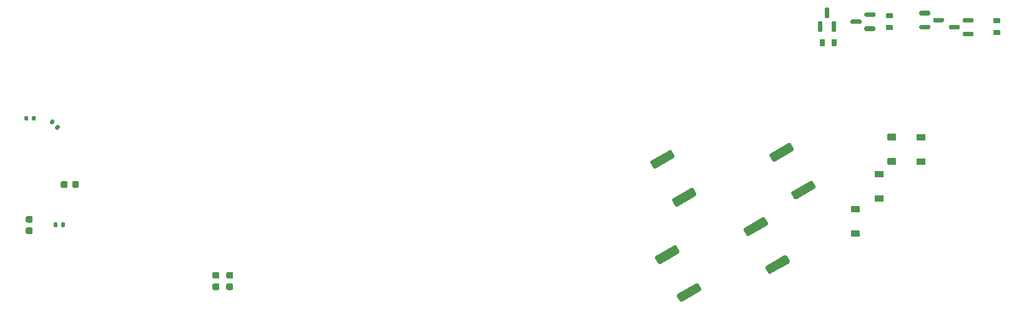
<source format=gbp>
G04 #@! TF.GenerationSoftware,KiCad,Pcbnew,8.0.8-8.0.8-0~ubuntu24.04.1*
G04 #@! TF.CreationDate,2025-02-14T02:51:24+00:00*
G04 #@! TF.ProjectId,VFRECU-VR,56465245-4355-42d5-9652-2e6b69636164,rev?*
G04 #@! TF.SameCoordinates,Original*
G04 #@! TF.FileFunction,Paste,Bot*
G04 #@! TF.FilePolarity,Positive*
%FSLAX46Y46*%
G04 Gerber Fmt 4.6, Leading zero omitted, Abs format (unit mm)*
G04 Created by KiCad (PCBNEW 8.0.8-8.0.8-0~ubuntu24.04.1) date 2025-02-14 02:51:24*
%MOMM*%
%LPD*%
G01*
G04 APERTURE LIST*
G04 APERTURE END LIST*
G04 #@! TO.C,C7*
G36*
G01*
X35036740Y35867740D02*
X35536740Y35867740D01*
G75*
G02*
X35761740Y35642740I0J-225000D01*
G01*
X35761740Y35192740D01*
G75*
G02*
X35536740Y34967740I-225000J0D01*
G01*
X35036740Y34967740D01*
G75*
G02*
X34811740Y35192740I0J225000D01*
G01*
X34811740Y35642740D01*
G75*
G02*
X35036740Y35867740I225000J0D01*
G01*
G37*
G36*
G01*
X35036740Y34317740D02*
X35536740Y34317740D01*
G75*
G02*
X35761740Y34092740I0J-225000D01*
G01*
X35761740Y33642740D01*
G75*
G02*
X35536740Y33417740I-225000J0D01*
G01*
X35036740Y33417740D01*
G75*
G02*
X34811740Y33642740I0J225000D01*
G01*
X34811740Y34092740D01*
G75*
G02*
X35036740Y34317740I225000J0D01*
G01*
G37*
G04 #@! TD*
G04 #@! TO.C,C9*
G36*
G01*
X12382000Y47483000D02*
X12382000Y47983000D01*
G75*
G02*
X12607000Y48208000I225000J0D01*
G01*
X13057000Y48208000D01*
G75*
G02*
X13282000Y47983000I0J-225000D01*
G01*
X13282000Y47483000D01*
G75*
G02*
X13057000Y47258000I-225000J0D01*
G01*
X12607000Y47258000D01*
G75*
G02*
X12382000Y47483000I0J225000D01*
G01*
G37*
G36*
G01*
X13932000Y47483000D02*
X13932000Y47983000D01*
G75*
G02*
X14157000Y48208000I225000J0D01*
G01*
X14607000Y48208000D01*
G75*
G02*
X14832000Y47983000I0J-225000D01*
G01*
X14832000Y47483000D01*
G75*
G02*
X14607000Y47258000I-225000J0D01*
G01*
X14157000Y47258000D01*
G75*
G02*
X13932000Y47483000I0J225000D01*
G01*
G37*
G04 #@! TD*
G04 #@! TO.C,R42*
G36*
G01*
X7448120Y56527800D02*
X7448120Y56897800D01*
G75*
G02*
X7583120Y57032800I135000J0D01*
G01*
X7853120Y57032800D01*
G75*
G02*
X7988120Y56897800I0J-135000D01*
G01*
X7988120Y56527800D01*
G75*
G02*
X7853120Y56392800I-135000J0D01*
G01*
X7583120Y56392800D01*
G75*
G02*
X7448120Y56527800I0J135000D01*
G01*
G37*
G36*
G01*
X8468120Y56527800D02*
X8468120Y56897800D01*
G75*
G02*
X8603120Y57032800I135000J0D01*
G01*
X8873120Y57032800D01*
G75*
G02*
X9008120Y56897800I0J-135000D01*
G01*
X9008120Y56527800D01*
G75*
G02*
X8873120Y56392800I-135000J0D01*
G01*
X8603120Y56392800D01*
G75*
G02*
X8468120Y56527800I0J135000D01*
G01*
G37*
G04 #@! TD*
G04 #@! TO.C,R16*
G36*
G01*
X117593000Y67354000D02*
X117593000Y66574000D01*
G75*
G02*
X117523000Y66504000I-70000J0D01*
G01*
X116963000Y66504000D01*
G75*
G02*
X116893000Y66574000I0J70000D01*
G01*
X116893000Y67354000D01*
G75*
G02*
X116963000Y67424000I70000J0D01*
G01*
X117523000Y67424000D01*
G75*
G02*
X117593000Y67354000I0J-70000D01*
G01*
G37*
G36*
G01*
X115993000Y67354000D02*
X115993000Y66574000D01*
G75*
G02*
X115923000Y66504000I-70000J0D01*
G01*
X115363000Y66504000D01*
G75*
G02*
X115293000Y66574000I0J70000D01*
G01*
X115293000Y67354000D01*
G75*
G02*
X115363000Y67424000I70000J0D01*
G01*
X115923000Y67424000D01*
G75*
G02*
X115993000Y67354000I0J-70000D01*
G01*
G37*
G04 #@! TD*
G04 #@! TO.C,D2*
G36*
G01*
X129517000Y50373000D02*
X128497000Y50373000D01*
G75*
G02*
X128407000Y50463000I0J90000D01*
G01*
X128407000Y51183000D01*
G75*
G02*
X128497000Y51273000I90000J0D01*
G01*
X129517000Y51273000D01*
G75*
G02*
X129607000Y51183000I0J-90000D01*
G01*
X129607000Y50463000D01*
G75*
G02*
X129517000Y50373000I-90000J0D01*
G01*
G37*
G36*
G01*
X129517000Y53673000D02*
X128497000Y53673000D01*
G75*
G02*
X128407000Y53763000I0J90000D01*
G01*
X128407000Y54483000D01*
G75*
G02*
X128497000Y54573000I90000J0D01*
G01*
X129517000Y54573000D01*
G75*
G02*
X129607000Y54483000I0J-90000D01*
G01*
X129607000Y53763000D01*
G75*
G02*
X129517000Y53673000I-90000J0D01*
G01*
G37*
G04 #@! TD*
G04 #@! TO.C,D5*
G36*
G01*
X125572000Y50400000D02*
X124552000Y50400000D01*
G75*
G02*
X124462000Y50490000I0J90000D01*
G01*
X124462000Y51210000D01*
G75*
G02*
X124552000Y51300000I90000J0D01*
G01*
X125572000Y51300000D01*
G75*
G02*
X125662000Y51210000I0J-90000D01*
G01*
X125662000Y50490000D01*
G75*
G02*
X125572000Y50400000I-90000J0D01*
G01*
G37*
G36*
G01*
X125572000Y53700000D02*
X124552000Y53700000D01*
G75*
G02*
X124462000Y53790000I0J90000D01*
G01*
X124462000Y54510000D01*
G75*
G02*
X124552000Y54600000I90000J0D01*
G01*
X125572000Y54600000D01*
G75*
G02*
X125662000Y54510000I0J-90000D01*
G01*
X125662000Y53790000D01*
G75*
G02*
X125572000Y53700000I-90000J0D01*
G01*
G37*
G04 #@! TD*
G04 #@! TO.C,R26*
G36*
G01*
X124352072Y70957000D02*
X125132072Y70957000D01*
G75*
G02*
X125202072Y70887000I0J-70000D01*
G01*
X125202072Y70327000D01*
G75*
G02*
X125132072Y70257000I-70000J0D01*
G01*
X124352072Y70257000D01*
G75*
G02*
X124282072Y70327000I0J70000D01*
G01*
X124282072Y70887000D01*
G75*
G02*
X124352072Y70957000I70000J0D01*
G01*
G37*
G36*
G01*
X124352072Y69357000D02*
X125132072Y69357000D01*
G75*
G02*
X125202072Y69287000I0J-70000D01*
G01*
X125202072Y68727000D01*
G75*
G02*
X125132072Y68657000I-70000J0D01*
G01*
X124352072Y68657000D01*
G75*
G02*
X124282072Y68727000I0J70000D01*
G01*
X124282072Y69287000D01*
G75*
G02*
X124352072Y69357000I70000J0D01*
G01*
G37*
G04 #@! TD*
G04 #@! TO.C,R41*
G36*
G01*
X10888403Y56287708D02*
X11150032Y56549337D01*
G75*
G02*
X11340950Y56549337I95459J-95459D01*
G01*
X11531869Y56358418D01*
G75*
G02*
X11531869Y56167500I-95459J-95459D01*
G01*
X11270240Y55905871D01*
G75*
G02*
X11079322Y55905871I-95459J95459D01*
G01*
X10888403Y56096790D01*
G75*
G02*
X10888403Y56287708I95459J95459D01*
G01*
G37*
G36*
G01*
X11609651Y55566460D02*
X11871280Y55828089D01*
G75*
G02*
X12062198Y55828089I95459J-95459D01*
G01*
X12253117Y55637170D01*
G75*
G02*
X12253117Y55446252I-95459J-95459D01*
G01*
X11991488Y55184623D01*
G75*
G02*
X11800570Y55184623I-95459J95459D01*
G01*
X11609651Y55375542D01*
G75*
G02*
X11609651Y55566460I95459J95459D01*
G01*
G37*
G04 #@! TD*
G04 #@! TO.C,D3*
G36*
G01*
X120617000Y40633000D02*
X119597000Y40633000D01*
G75*
G02*
X119507000Y40723000I0J90000D01*
G01*
X119507000Y41443000D01*
G75*
G02*
X119597000Y41533000I90000J0D01*
G01*
X120617000Y41533000D01*
G75*
G02*
X120707000Y41443000I0J-90000D01*
G01*
X120707000Y40723000D01*
G75*
G02*
X120617000Y40633000I-90000J0D01*
G01*
G37*
G36*
G01*
X120617000Y43933000D02*
X119597000Y43933000D01*
G75*
G02*
X119507000Y44023000I0J90000D01*
G01*
X119507000Y44743000D01*
G75*
G02*
X119597000Y44833000I90000J0D01*
G01*
X120617000Y44833000D01*
G75*
G02*
X120707000Y44743000I0J-90000D01*
G01*
X120707000Y44023000D01*
G75*
G02*
X120617000Y43933000I-90000J0D01*
G01*
G37*
G04 #@! TD*
G04 #@! TO.C,R12*
G36*
G01*
X114628586Y47149460D02*
X112160414Y45724460D01*
G75*
G02*
X111818908Y45815966I-125000J216506D01*
G01*
X111456408Y46443834D01*
G75*
G02*
X111547914Y46785340I216506J125000D01*
G01*
X114016086Y48210340D01*
G75*
G02*
X114357592Y48118834I125000J-216506D01*
G01*
X114720092Y47490966D01*
G75*
G02*
X114628586Y47149460I-216506J-125000D01*
G01*
G37*
G36*
G01*
X111666086Y52280660D02*
X109197914Y50855660D01*
G75*
G02*
X108856408Y50947166I-125000J216506D01*
G01*
X108493908Y51575034D01*
G75*
G02*
X108585414Y51916540I216506J125000D01*
G01*
X111053586Y53341540D01*
G75*
G02*
X111395092Y53250034I125000J-216506D01*
G01*
X111757592Y52622166D01*
G75*
G02*
X111666086Y52280660I-216506J-125000D01*
G01*
G37*
G04 #@! TD*
G04 #@! TO.C,C6*
G36*
G01*
X33157000Y35858000D02*
X33657000Y35858000D01*
G75*
G02*
X33882000Y35633000I0J-225000D01*
G01*
X33882000Y35183000D01*
G75*
G02*
X33657000Y34958000I-225000J0D01*
G01*
X33157000Y34958000D01*
G75*
G02*
X32932000Y35183000I0J225000D01*
G01*
X32932000Y35633000D01*
G75*
G02*
X33157000Y35858000I225000J0D01*
G01*
G37*
G36*
G01*
X33157000Y34308000D02*
X33657000Y34308000D01*
G75*
G02*
X33882000Y34083000I0J-225000D01*
G01*
X33882000Y33633000D01*
G75*
G02*
X33657000Y33408000I-225000J0D01*
G01*
X33157000Y33408000D01*
G75*
G02*
X32932000Y33633000I0J225000D01*
G01*
X32932000Y34083000D01*
G75*
G02*
X33157000Y34308000I225000J0D01*
G01*
G37*
G04 #@! TD*
G04 #@! TO.C,D4*
G36*
G01*
X123868000Y45394000D02*
X122848000Y45394000D01*
G75*
G02*
X122758000Y45484000I0J90000D01*
G01*
X122758000Y46204000D01*
G75*
G02*
X122848000Y46294000I90000J0D01*
G01*
X123868000Y46294000D01*
G75*
G02*
X123958000Y46204000I0J-90000D01*
G01*
X123958000Y45484000D01*
G75*
G02*
X123868000Y45394000I-90000J0D01*
G01*
G37*
G36*
G01*
X123868000Y48694000D02*
X122848000Y48694000D01*
G75*
G02*
X122758000Y48784000I0J90000D01*
G01*
X122758000Y49504000D01*
G75*
G02*
X122848000Y49594000I90000J0D01*
G01*
X123868000Y49594000D01*
G75*
G02*
X123958000Y49504000I0J-90000D01*
G01*
X123958000Y48784000D01*
G75*
G02*
X123868000Y48694000I-90000J0D01*
G01*
G37*
G04 #@! TD*
G04 #@! TO.C,D7*
G36*
G01*
X117371000Y68426000D02*
X117071000Y68426000D01*
G75*
G02*
X116921000Y68576000I0J150000D01*
G01*
X116921000Y69751000D01*
G75*
G02*
X117071000Y69901000I150000J0D01*
G01*
X117371000Y69901000D01*
G75*
G02*
X117521000Y69751000I0J-150000D01*
G01*
X117521000Y68576000D01*
G75*
G02*
X117371000Y68426000I-150000J0D01*
G01*
G37*
G36*
G01*
X116421000Y70301000D02*
X116121000Y70301000D01*
G75*
G02*
X115971000Y70451000I0J150000D01*
G01*
X115971000Y71626000D01*
G75*
G02*
X116121000Y71776000I150000J0D01*
G01*
X116421000Y71776000D01*
G75*
G02*
X116571000Y71626000I0J-150000D01*
G01*
X116571000Y70451000D01*
G75*
G02*
X116421000Y70301000I-150000J0D01*
G01*
G37*
G36*
G01*
X115471000Y68426000D02*
X115171000Y68426000D01*
G75*
G02*
X115021000Y68576000I0J150000D01*
G01*
X115021000Y69751000D01*
G75*
G02*
X115171000Y69901000I150000J0D01*
G01*
X115471000Y69901000D01*
G75*
G02*
X115621000Y69751000I0J-150000D01*
G01*
X115621000Y68576000D01*
G75*
G02*
X115471000Y68426000I-150000J0D01*
G01*
G37*
G04 #@! TD*
G04 #@! TO.C,R25*
G36*
G01*
X138885000Y70283000D02*
X139665000Y70283000D01*
G75*
G02*
X139735000Y70213000I0J-70000D01*
G01*
X139735000Y69653000D01*
G75*
G02*
X139665000Y69583000I-70000J0D01*
G01*
X138885000Y69583000D01*
G75*
G02*
X138815000Y69653000I0J70000D01*
G01*
X138815000Y70213000D01*
G75*
G02*
X138885000Y70283000I70000J0D01*
G01*
G37*
G36*
G01*
X138885000Y68683000D02*
X139665000Y68683000D01*
G75*
G02*
X139735000Y68613000I0J-70000D01*
G01*
X139735000Y68053000D01*
G75*
G02*
X139665000Y67983000I-70000J0D01*
G01*
X138885000Y67983000D01*
G75*
G02*
X138815000Y68053000I0J70000D01*
G01*
X138815000Y68613000D01*
G75*
G02*
X138885000Y68683000I70000J0D01*
G01*
G37*
G04 #@! TD*
G04 #@! TO.C,R18*
G36*
G01*
X98465586Y46196460D02*
X95997414Y44771460D01*
G75*
G02*
X95655908Y44862966I-125000J216506D01*
G01*
X95293408Y45490834D01*
G75*
G02*
X95384914Y45832340I216506J125000D01*
G01*
X97853086Y47257340D01*
G75*
G02*
X98194592Y47165834I125000J-216506D01*
G01*
X98557092Y46537966D01*
G75*
G02*
X98465586Y46196460I-216506J-125000D01*
G01*
G37*
G36*
G01*
X95503086Y51327660D02*
X93034914Y49902660D01*
G75*
G02*
X92693408Y49994166I-125000J216506D01*
G01*
X92330908Y50622034D01*
G75*
G02*
X92422414Y50963540I216506J125000D01*
G01*
X94890586Y52388540D01*
G75*
G02*
X95232092Y52297034I125000J-216506D01*
G01*
X95594592Y51669166D01*
G75*
G02*
X95503086Y51327660I-216506J-125000D01*
G01*
G37*
G04 #@! TD*
G04 #@! TO.C,R13*
G36*
G01*
X99118586Y33268460D02*
X96650414Y31843460D01*
G75*
G02*
X96308908Y31934966I-125000J216506D01*
G01*
X95946408Y32562834D01*
G75*
G02*
X96037914Y32904340I216506J125000D01*
G01*
X98506086Y34329340D01*
G75*
G02*
X98847592Y34237834I125000J-216506D01*
G01*
X99210092Y33609966D01*
G75*
G02*
X99118586Y33268460I-216506J-125000D01*
G01*
G37*
G36*
G01*
X96156086Y38399660D02*
X93687914Y36974660D01*
G75*
G02*
X93346408Y37066166I-125000J216506D01*
G01*
X92983908Y37694034D01*
G75*
G02*
X93075414Y38035540I216506J125000D01*
G01*
X95543586Y39460540D01*
G75*
G02*
X95885092Y39369034I125000J-216506D01*
G01*
X96247592Y38741166D01*
G75*
G02*
X96156086Y38399660I-216506J-125000D01*
G01*
G37*
G04 #@! TD*
G04 #@! TO.C,Q12*
G36*
G01*
X122832000Y70907000D02*
X122832000Y70607000D01*
G75*
G02*
X122682000Y70457000I-150000J0D01*
G01*
X121507000Y70457000D01*
G75*
G02*
X121357000Y70607000I0J150000D01*
G01*
X121357000Y70907000D01*
G75*
G02*
X121507000Y71057000I150000J0D01*
G01*
X122682000Y71057000D01*
G75*
G02*
X122832000Y70907000I0J-150000D01*
G01*
G37*
G36*
G01*
X120957000Y69957000D02*
X120957000Y69657000D01*
G75*
G02*
X120807000Y69507000I-150000J0D01*
G01*
X119632000Y69507000D01*
G75*
G02*
X119482000Y69657000I0J150000D01*
G01*
X119482000Y69957000D01*
G75*
G02*
X119632000Y70107000I150000J0D01*
G01*
X120807000Y70107000D01*
G75*
G02*
X120957000Y69957000I0J-150000D01*
G01*
G37*
G36*
G01*
X122832000Y69007000D02*
X122832000Y68707000D01*
G75*
G02*
X122682000Y68557000I-150000J0D01*
G01*
X121507000Y68557000D01*
G75*
G02*
X121357000Y68707000I0J150000D01*
G01*
X121357000Y69007000D01*
G75*
G02*
X121507000Y69157000I150000J0D01*
G01*
X122682000Y69157000D01*
G75*
G02*
X122832000Y69007000I0J-150000D01*
G01*
G37*
G04 #@! TD*
G04 #@! TO.C,C8*
G36*
G01*
X7857000Y43458000D02*
X8357000Y43458000D01*
G75*
G02*
X8582000Y43233000I0J-225000D01*
G01*
X8582000Y42783000D01*
G75*
G02*
X8357000Y42558000I-225000J0D01*
G01*
X7857000Y42558000D01*
G75*
G02*
X7632000Y42783000I0J225000D01*
G01*
X7632000Y43233000D01*
G75*
G02*
X7857000Y43458000I225000J0D01*
G01*
G37*
G36*
G01*
X7857000Y41908000D02*
X8357000Y41908000D01*
G75*
G02*
X8582000Y41683000I0J-225000D01*
G01*
X8582000Y41233000D01*
G75*
G02*
X8357000Y41008000I-225000J0D01*
G01*
X7857000Y41008000D01*
G75*
G02*
X7632000Y41233000I0J225000D01*
G01*
X7632000Y41683000D01*
G75*
G02*
X7857000Y41908000I225000J0D01*
G01*
G37*
G04 #@! TD*
G04 #@! TO.C,D6*
G36*
G01*
X128802000Y68930000D02*
X128802000Y69230000D01*
G75*
G02*
X128952000Y69380000I150000J0D01*
G01*
X130127000Y69380000D01*
G75*
G02*
X130277000Y69230000I0J-150000D01*
G01*
X130277000Y68930000D01*
G75*
G02*
X130127000Y68780000I-150000J0D01*
G01*
X128952000Y68780000D01*
G75*
G02*
X128802000Y68930000I0J150000D01*
G01*
G37*
G36*
G01*
X130677000Y69880000D02*
X130677000Y70180000D01*
G75*
G02*
X130827000Y70330000I150000J0D01*
G01*
X132002000Y70330000D01*
G75*
G02*
X132152000Y70180000I0J-150000D01*
G01*
X132152000Y69880000D01*
G75*
G02*
X132002000Y69730000I-150000J0D01*
G01*
X130827000Y69730000D01*
G75*
G02*
X130677000Y69880000I0J150000D01*
G01*
G37*
G36*
G01*
X128802000Y70830000D02*
X128802000Y71130000D01*
G75*
G02*
X128952000Y71280000I150000J0D01*
G01*
X130127000Y71280000D01*
G75*
G02*
X130277000Y71130000I0J-150000D01*
G01*
X130277000Y70830000D01*
G75*
G02*
X130127000Y70680000I-150000J0D01*
G01*
X128952000Y70680000D01*
G75*
G02*
X128802000Y70830000I0J150000D01*
G01*
G37*
G04 #@! TD*
G04 #@! TO.C,R14*
G36*
G01*
X111119586Y37056460D02*
X108651414Y35631460D01*
G75*
G02*
X108309908Y35722966I-125000J216506D01*
G01*
X107947408Y36350834D01*
G75*
G02*
X108038914Y36692340I216506J125000D01*
G01*
X110507086Y38117340D01*
G75*
G02*
X110848592Y38025834I125000J-216506D01*
G01*
X111211092Y37397966D01*
G75*
G02*
X111119586Y37056460I-216506J-125000D01*
G01*
G37*
G36*
G01*
X108157086Y42187660D02*
X105688914Y40762660D01*
G75*
G02*
X105347408Y40854166I-125000J216506D01*
G01*
X104984908Y41482034D01*
G75*
G02*
X105076414Y41823540I216506J125000D01*
G01*
X107544586Y43248540D01*
G75*
G02*
X107886092Y43157034I125000J-216506D01*
G01*
X108248592Y42529166D01*
G75*
G02*
X108157086Y42187660I-216506J-125000D01*
G01*
G37*
G04 #@! TD*
G04 #@! TO.C,Q11*
G36*
G01*
X136144000Y70164000D02*
X136144000Y69864000D01*
G75*
G02*
X135994000Y69714000I-150000J0D01*
G01*
X134819000Y69714000D01*
G75*
G02*
X134669000Y69864000I0J150000D01*
G01*
X134669000Y70164000D01*
G75*
G02*
X134819000Y70314000I150000J0D01*
G01*
X135994000Y70314000D01*
G75*
G02*
X136144000Y70164000I0J-150000D01*
G01*
G37*
G36*
G01*
X134269000Y69214000D02*
X134269000Y68914000D01*
G75*
G02*
X134119000Y68764000I-150000J0D01*
G01*
X132944000Y68764000D01*
G75*
G02*
X132794000Y68914000I0J150000D01*
G01*
X132794000Y69214000D01*
G75*
G02*
X132944000Y69364000I150000J0D01*
G01*
X134119000Y69364000D01*
G75*
G02*
X134269000Y69214000I0J-150000D01*
G01*
G37*
G36*
G01*
X136144000Y68264000D02*
X136144000Y67964000D01*
G75*
G02*
X135994000Y67814000I-150000J0D01*
G01*
X134819000Y67814000D01*
G75*
G02*
X134669000Y67964000I0J150000D01*
G01*
X134669000Y68264000D01*
G75*
G02*
X134819000Y68414000I150000J0D01*
G01*
X135994000Y68414000D01*
G75*
G02*
X136144000Y68264000I0J-150000D01*
G01*
G37*
G04 #@! TD*
G04 #@! TO.C,R1A1*
G36*
G01*
X11397820Y42085360D02*
X11397820Y42455360D01*
G75*
G02*
X11532820Y42590360I135000J0D01*
G01*
X11802820Y42590360D01*
G75*
G02*
X11937820Y42455360I0J-135000D01*
G01*
X11937820Y42085360D01*
G75*
G02*
X11802820Y41950360I-135000J0D01*
G01*
X11532820Y41950360D01*
G75*
G02*
X11397820Y42085360I0J135000D01*
G01*
G37*
G36*
G01*
X12417820Y42085360D02*
X12417820Y42455360D01*
G75*
G02*
X12552820Y42590360I135000J0D01*
G01*
X12822820Y42590360D01*
G75*
G02*
X12957820Y42455360I0J-135000D01*
G01*
X12957820Y42085360D01*
G75*
G02*
X12822820Y41950360I-135000J0D01*
G01*
X12552820Y41950360D01*
G75*
G02*
X12417820Y42085360I0J135000D01*
G01*
G37*
G04 #@! TD*
M02*

</source>
